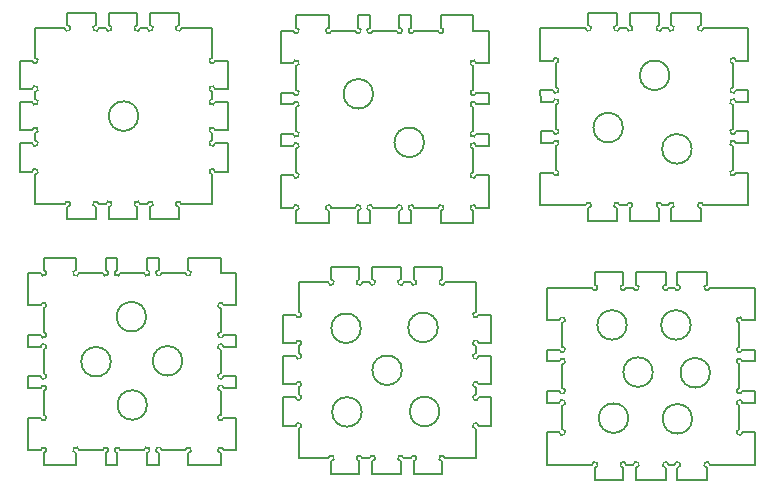
<source format=gbr>
G04 #@! TF.GenerationSoftware,KiCad,Pcbnew,(5.1.2-1)-1*
G04 #@! TF.CreationDate,2019-05-15T12:18:10-07:00*
G04 #@! TF.ProjectId,dice,64696365-2e6b-4696-9361-645f70636258,rev?*
G04 #@! TF.SameCoordinates,Original*
G04 #@! TF.FileFunction,Profile,NP*
%FSLAX46Y46*%
G04 Gerber Fmt 4.6, Leading zero omitted, Abs format (unit mm)*
G04 Created by KiCad (PCBNEW (5.1.2-1)-1) date 2019-05-15 12:18:10*
%MOMM*%
%LPD*%
G04 APERTURE LIST*
%ADD10C,0.200000*%
G04 APERTURE END LIST*
D10*
X113984136Y-90295166D02*
G75*
G02X113734136Y-90545166I0J-250000D01*
G01*
X113984136Y-89245166D02*
X113984136Y-90295166D01*
X113984136Y-89245166D02*
X116384136Y-89245166D01*
X116384136Y-89245166D02*
X116384136Y-90295166D01*
X116634136Y-90545166D02*
G75*
G02X116384136Y-90295166I-250000J0D01*
G01*
X116634136Y-90545166D02*
X117234136Y-90545166D01*
X126234142Y-93545166D02*
G75*
G02X126484142Y-93295166I0J250000D01*
G01*
X126484146Y-95795166D02*
X127534142Y-95795166D01*
X127534142Y-95795166D02*
X127534142Y-96796350D01*
X126481638Y-96796350D02*
X127534142Y-96796350D01*
X126231638Y-97046350D02*
G75*
G02X126481638Y-96796350I0J250000D01*
G01*
X126231638Y-97046350D02*
X126231638Y-99046350D01*
X126481638Y-99296350D02*
G75*
G02X126231638Y-99046350I-250000J0D01*
G01*
X126481638Y-99296350D02*
X127534142Y-99296350D01*
X127534142Y-99296350D02*
X127534142Y-100296350D01*
X126481638Y-100296350D02*
X127534142Y-100296350D01*
X126231638Y-100546350D02*
G75*
G02X126481638Y-100296350I0J250000D01*
G01*
X126231638Y-100546350D02*
X126231638Y-102546350D01*
X126481638Y-102796350D02*
G75*
G02X126231638Y-102546350I-250000J0D01*
G01*
X126481638Y-102796350D02*
X127534142Y-102796350D01*
X127534142Y-105546350D02*
X127534142Y-102796350D01*
X123731638Y-105546350D02*
X127534142Y-105546350D01*
X120981638Y-105796350D02*
X120981638Y-106846350D01*
X120731638Y-105546350D02*
G75*
G02X120981638Y-105796350I250000J0D01*
G01*
X120233647Y-105546350D02*
X120731638Y-105546350D01*
X119983647Y-105796350D02*
G75*
G02X120233647Y-105546350I0J250000D01*
G01*
X119983647Y-105796350D02*
X119983647Y-106846350D01*
X117483647Y-106846350D02*
X119983647Y-106846350D01*
X117483647Y-105796350D02*
X117483647Y-106846350D01*
X117233647Y-105546350D02*
G75*
G02X117483647Y-105796350I250000J0D01*
G01*
X123734136Y-90545166D02*
G75*
G02X123484136Y-90295166I-250000J0D01*
G01*
X123734136Y-90545166D02*
X127534142Y-90545166D01*
X116694238Y-93714208D02*
G75*
G03X116694238Y-93714208I-1250000J0D01*
G01*
X116633647Y-105546350D02*
X117233647Y-105546350D01*
X116383647Y-105796350D02*
G75*
G02X116633647Y-105546350I0J250000D01*
G01*
X116383647Y-105796350D02*
X116383647Y-106846350D01*
X122102022Y-93714208D02*
G75*
G03X122102022Y-93714208I-1250000J0D01*
G01*
X117484136Y-89245166D02*
X119984136Y-89245166D01*
X119984136Y-89245166D02*
X119984136Y-90295166D01*
X126484142Y-93295166D02*
X127534142Y-93295166D01*
X113983647Y-106846350D02*
X116383647Y-106846350D01*
X113983647Y-105796350D02*
X113983647Y-106846350D01*
X113733647Y-105546350D02*
G75*
G02X113983647Y-105796350I250000J0D01*
G01*
X111231638Y-105546350D02*
X113733647Y-105546350D01*
X109931638Y-105546350D02*
X111231638Y-105546350D01*
X109931638Y-102796349D02*
X109931638Y-105546350D01*
X110981638Y-102796349D02*
X109931638Y-102796349D01*
X111231782Y-102546349D02*
G75*
G02X110981638Y-102796349I-144J-250000D01*
G01*
X111232930Y-100546349D02*
X111231781Y-102546349D01*
X110983073Y-100296350D02*
G75*
G02X111232930Y-100546349I250000J1D01*
G01*
X110983073Y-100296349D02*
X109933073Y-100296349D01*
X109933647Y-99296349D02*
X109933073Y-100296349D01*
X110983073Y-99296349D02*
X109933647Y-99296349D01*
X111233055Y-99046349D02*
G75*
G02X110983073Y-99296349I18J-250000D01*
G01*
X111232907Y-97046349D02*
X111233055Y-99046349D01*
X126484146Y-95795165D02*
G75*
G02X126234145Y-95545166I-250000J-1D01*
G01*
X126234143Y-93545166D02*
X126234145Y-95545166D01*
X110981634Y-93295166D02*
X109931638Y-93295166D01*
X109931638Y-90545166D02*
X109931638Y-93295166D01*
X109931638Y-90545166D02*
X113734136Y-90545166D01*
X120234136Y-90545166D02*
G75*
G02X119984136Y-90295166I-250000J0D01*
G01*
X120234136Y-90545166D02*
X120734136Y-90545166D01*
X122227785Y-101662881D02*
G75*
G03X122227785Y-101662881I-1250000J0D01*
G01*
X117484136Y-90295166D02*
G75*
G02X117234136Y-90545166I0J-250000D01*
G01*
X117484136Y-89245166D02*
X117484136Y-90295166D01*
X123736934Y-97764246D02*
G75*
G03X123736934Y-97764246I-1250000J0D01*
G01*
X120984136Y-89245166D02*
X123484136Y-89245166D01*
X123484136Y-89245166D02*
X123484136Y-90295166D01*
X127534142Y-90545166D02*
X127534142Y-93295166D01*
X110982888Y-96796350D02*
G75*
G02X111232907Y-97046349I250000J1D01*
G01*
X110982888Y-96796349D02*
X109932888Y-96796349D01*
X109931638Y-95796349D02*
X109932888Y-96796349D01*
X110981638Y-95796349D02*
X109931638Y-95796349D01*
X111231638Y-95546349D02*
G75*
G02X110981638Y-95796349I0J-250000D01*
G01*
X111231635Y-93545166D02*
X111231637Y-95546349D01*
X110981634Y-93295167D02*
G75*
G02X111231635Y-93545166I250000J1D01*
G01*
X120984136Y-90295166D02*
G75*
G02X120734136Y-90545166I0J-250000D01*
G01*
X120984136Y-89245166D02*
X120984136Y-90295166D01*
X123481638Y-105796350D02*
G75*
G02X123731638Y-105546350I0J250000D01*
G01*
X123481638Y-105796350D02*
X123481638Y-106846350D01*
X120981638Y-106846350D02*
X123481638Y-106846350D01*
X118895080Y-97701365D02*
G75*
G03X118895080Y-97701365I-1250000J0D01*
G01*
X116820000Y-101600000D02*
G75*
G03X116820000Y-101600000I-1250000J0D01*
G01*
X91652501Y-106300000D02*
X94052501Y-106300000D01*
X91652501Y-105250000D02*
X91652501Y-106300000D01*
X97552501Y-88800001D02*
X97552501Y-89850001D01*
X88650000Y-95250000D02*
X87600000Y-95250000D01*
X101302501Y-90100001D02*
X103902501Y-90100001D01*
X101302501Y-90100001D02*
G75*
G02X101052501Y-89850001I-250000J0D01*
G01*
X95152501Y-88800001D02*
X95152501Y-89850001D01*
X88651250Y-96350000D02*
X87601250Y-96350000D01*
X88900966Y-96100000D02*
G75*
G02X88651250Y-96350000I284J-250000D01*
G01*
X88650000Y-92850000D02*
X87600000Y-92850000D01*
X94175850Y-93987490D02*
G75*
G03X94175850Y-93987490I-1250000J0D01*
G01*
X88902501Y-102500000D02*
X88902501Y-105000000D01*
X88652501Y-102250000D02*
G75*
G02X88902501Y-102500000I250000J0D01*
G01*
X105202501Y-92850000D02*
X105202501Y-95250000D01*
X104152501Y-95250000D02*
X105202501Y-95250000D01*
X103902501Y-95500000D02*
G75*
G02X104152501Y-95250000I0J250000D01*
G01*
X103902501Y-95500000D02*
X103902501Y-96100000D01*
X104152501Y-96350000D02*
G75*
G02X103902501Y-96100000I-250000J0D01*
G01*
X104152501Y-96350000D02*
X105202501Y-96350000D01*
X88651250Y-98750000D02*
X87601250Y-98750000D01*
X87601250Y-98750000D02*
X87601250Y-96350000D01*
X94250358Y-101072590D02*
G75*
G03X94250358Y-101072590I-1250000J0D01*
G01*
X100690340Y-93923430D02*
G75*
G03X100690340Y-93923430I-1250000J0D01*
G01*
X94052501Y-88800001D02*
X94052501Y-89850001D01*
X103902501Y-90100001D02*
X103902501Y-92600000D01*
X104152501Y-92850000D02*
G75*
G02X103902501Y-92600000I-250000J0D01*
G01*
X91402501Y-105000000D02*
G75*
G02X91652501Y-105250000I250000J0D01*
G01*
X88902501Y-105000000D02*
X91402501Y-105000000D01*
X88901535Y-99000000D02*
X88902217Y-99600000D01*
X88651250Y-98750001D02*
G75*
G02X88901535Y-99000000I250000J1D01*
G01*
X94302501Y-90100001D02*
X94902501Y-90100001D01*
X91652501Y-88800001D02*
X94052501Y-88800001D01*
X94302501Y-90100001D02*
G75*
G02X94052501Y-89850001I-250000J0D01*
G01*
X87600000Y-95250000D02*
X87600000Y-92850000D01*
X97648723Y-97549832D02*
G75*
G03X97648723Y-97549832I-1250000J0D01*
G01*
X101302501Y-105000000D02*
X103902501Y-105000000D01*
X101052501Y-105250000D02*
G75*
G02X101302501Y-105000000I0J250000D01*
G01*
X101052501Y-105250000D02*
X101052501Y-106300000D01*
X98652501Y-106300000D02*
X101052501Y-106300000D01*
X98652501Y-105250000D02*
X98652501Y-106300000D01*
X98402501Y-105000000D02*
G75*
G02X98652501Y-105250000I250000J0D01*
G01*
X97802501Y-105000000D02*
X98402501Y-105000000D01*
X97552501Y-105250000D02*
G75*
G02X97802501Y-105000000I0J250000D01*
G01*
X97552501Y-105250000D02*
X97552501Y-106300000D01*
X103902501Y-99000000D02*
X103902501Y-99600000D01*
X104152501Y-99850000D02*
G75*
G02X103902501Y-99600000I-250000J0D01*
G01*
X104152501Y-99850000D02*
X105202501Y-99850000D01*
X105202501Y-99850000D02*
X105202501Y-102250000D01*
X104152501Y-102250000D02*
X105202501Y-102250000D01*
X103902501Y-102500000D02*
G75*
G02X104152501Y-102250000I0J250000D01*
G01*
X103902501Y-102500000D02*
X103902501Y-105000000D01*
X101052501Y-88800001D02*
X101052501Y-89850001D01*
X88652501Y-102250000D02*
X87602501Y-102250000D01*
X87602501Y-102250000D02*
X87602501Y-99850000D01*
X104152501Y-92850000D02*
X105202501Y-92850000D01*
X105202501Y-96350000D02*
X105202501Y-98750000D01*
X104152501Y-98750000D02*
X105202501Y-98750000D01*
X103902501Y-99000000D02*
G75*
G02X104152501Y-98750000I0J250000D01*
G01*
X88900284Y-95500000D02*
X88900966Y-96100000D01*
X88652501Y-99850000D02*
X87602501Y-99850000D01*
X88902217Y-99600000D02*
G75*
G02X88652501Y-99850000I284J-250000D01*
G01*
X88902501Y-90100001D02*
X88900227Y-92600000D01*
X88900227Y-92600000D02*
G75*
G02X88650000Y-92850000I-227J-250000D01*
G01*
X97802501Y-90100001D02*
X98402501Y-90100001D01*
X98652501Y-88800001D02*
X101052501Y-88800001D01*
X95152501Y-89850001D02*
G75*
G02X94902501Y-90100001I0J-250000D01*
G01*
X100825861Y-101039908D02*
G75*
G03X100825861Y-101039908I-1250000J0D01*
G01*
X95152501Y-88800001D02*
X97552501Y-88800001D01*
X97802501Y-90100001D02*
G75*
G02X97552501Y-89850001I-250000J0D01*
G01*
X95152501Y-106300000D02*
X97552501Y-106300000D01*
X95152501Y-105250000D02*
X95152501Y-106300000D01*
X91652501Y-89850001D02*
G75*
G02X91402501Y-90100001I0J-250000D01*
G01*
X94902501Y-105000000D02*
G75*
G02X95152501Y-105250000I250000J0D01*
G01*
X94302501Y-105000000D02*
X94902501Y-105000000D01*
X94052501Y-105250000D02*
G75*
G02X94302501Y-105000000I0J250000D01*
G01*
X94052501Y-105250000D02*
X94052501Y-106300000D01*
X91652501Y-88800001D02*
X91652501Y-89850001D01*
X88902501Y-90100001D02*
X91402501Y-90100001D01*
X98652501Y-88800001D02*
X98652501Y-89850001D01*
X98652501Y-89850001D02*
G75*
G02X98402501Y-90100001I0J-250000D01*
G01*
X88650000Y-95250000D02*
G75*
G02X88900284Y-95500000I250000J0D01*
G01*
X82560000Y-101560000D02*
X83610000Y-101560000D01*
X83610000Y-101560000D02*
X83610000Y-104310465D01*
X83610000Y-104310465D02*
X82560000Y-104310465D01*
X82313534Y-104560440D02*
G75*
G02X82560000Y-104310465I-3534J249975D01*
G01*
X75994557Y-93012568D02*
G75*
G03X75994557Y-93012568I-1250000J0D01*
G01*
X67310000Y-101310000D02*
X67310000Y-99310000D01*
X67060000Y-98060232D02*
X66010000Y-98060232D01*
X67310000Y-97810232D02*
X67310000Y-95810232D01*
X79560503Y-104560465D02*
X79560503Y-105610465D01*
X79310503Y-104310465D02*
G75*
G02X79560503Y-104560465I250000J0D01*
G01*
X77310000Y-89310466D02*
X79310000Y-89310466D01*
X79560000Y-89060466D02*
G75*
G02X79310000Y-89310466I0J-250000D01*
G01*
X79560000Y-88010466D02*
X79560000Y-89060466D01*
X79560000Y-88010466D02*
X82310000Y-88010466D01*
X82310000Y-88010466D02*
X82310000Y-89310466D01*
X83610000Y-89310466D02*
X82310000Y-89310466D01*
X83610000Y-92060465D02*
X83610000Y-89310466D01*
X70310000Y-104310465D02*
X72310503Y-104310465D01*
X67310000Y-97810232D02*
G75*
G02X67060000Y-98060232I0J-250000D01*
G01*
X70060000Y-105610465D02*
X67310492Y-105610465D01*
X66010000Y-98060232D02*
X66010000Y-99060000D01*
X73003406Y-96826285D02*
G75*
G03X73003406Y-96826285I-1250000J0D01*
G01*
X67310000Y-101310000D02*
G75*
G02X67060000Y-101560000I0J-250000D01*
G01*
X67310000Y-94310465D02*
G75*
G02X67060000Y-94560465I0J-250000D01*
G01*
X77060000Y-104560465D02*
X77060000Y-105610465D01*
X76060503Y-105610465D02*
X77060000Y-105610465D01*
X72560503Y-105610465D02*
X73560000Y-105610465D01*
X82560000Y-94560000D02*
X83610000Y-94560000D01*
X83610000Y-94560000D02*
X83610000Y-95560465D01*
X82560000Y-95560465D02*
X83610000Y-95560465D01*
X82310000Y-95810465D02*
G75*
G02X82560000Y-95560465I0J250000D01*
G01*
X67310000Y-88010466D02*
X70060000Y-88010466D01*
X70060000Y-88010466D02*
X70060000Y-89060466D01*
X70310000Y-89310466D02*
G75*
G02X70060000Y-89060466I-250000J0D01*
G01*
X82310000Y-99310464D02*
X82310000Y-101310000D01*
X82560000Y-101560000D02*
G75*
G02X82310000Y-101310000I-250000J0D01*
G01*
X72560503Y-104560465D02*
X72560503Y-105610465D01*
X67060000Y-95560232D02*
G75*
G02X67310000Y-95810232I250000J0D01*
G01*
X70310000Y-89310466D02*
X72310000Y-89310466D01*
X72560000Y-89060466D02*
G75*
G02X72310000Y-89310466I0J-250000D01*
G01*
X72560000Y-88010466D02*
X72560000Y-89060466D01*
X73560000Y-88010466D02*
X72560000Y-88010466D01*
X72310503Y-104310465D02*
G75*
G02X72560503Y-104560465I250000J0D01*
G01*
X73560000Y-104560465D02*
X73560000Y-105610465D01*
X67060000Y-104310464D02*
G75*
G02X67310094Y-104560465I250000J-1D01*
G01*
X76060000Y-88010466D02*
X76060000Y-89060466D01*
X76060000Y-88010466D02*
X77060000Y-88010466D01*
X77060000Y-88010466D02*
X77060000Y-89060466D01*
X77310000Y-89310466D02*
G75*
G02X77060000Y-89060466I-250000J0D01*
G01*
X67060000Y-104310465D02*
X66010000Y-104310465D01*
X82310000Y-95810465D02*
X82310000Y-97810000D01*
X82560000Y-98060000D02*
G75*
G02X82310000Y-97810000I-250000J0D01*
G01*
X67060000Y-99060000D02*
X66010000Y-99060000D01*
X77310000Y-104310465D02*
X79310503Y-104310465D01*
X77060000Y-104560465D02*
G75*
G02X77310000Y-104310465I0J250000D01*
G01*
X67060000Y-101560000D02*
X66010000Y-101560000D01*
X73810000Y-104310465D02*
X75810503Y-104310465D01*
X73560000Y-104560465D02*
G75*
G02X73810000Y-104310465I0J250000D01*
G01*
X73560000Y-88010466D02*
X73560000Y-89060466D01*
X73810000Y-89310466D02*
G75*
G02X73560000Y-89060466I-250000J0D01*
G01*
X73810000Y-89310466D02*
X75810000Y-89310466D01*
X76060000Y-89060466D02*
G75*
G02X75810000Y-89310466I0J-250000D01*
G01*
X82560000Y-98060000D02*
X83610000Y-98060000D01*
X83610000Y-98060000D02*
X83610000Y-99060464D01*
X70060000Y-104560465D02*
G75*
G02X70310000Y-104310465I0J250000D01*
G01*
X67310492Y-105610465D02*
X67310094Y-104560465D01*
X82328381Y-105610465D02*
X82313534Y-104560440D01*
X79560503Y-105610465D02*
X82328381Y-105610465D01*
X82560000Y-99060464D02*
X83610000Y-99060464D01*
X82310000Y-99310464D02*
G75*
G02X82560000Y-99060464I0J250000D01*
G01*
X67060000Y-94560465D02*
X66010000Y-94560465D01*
X76060503Y-104560465D02*
X76060503Y-105610465D01*
X75810503Y-104310465D02*
G75*
G02X76060503Y-104560465I250000J0D01*
G01*
X67310000Y-92310465D02*
X67310000Y-94310465D01*
X67060000Y-92060465D02*
G75*
G02X67310000Y-92310465I250000J0D01*
G01*
X79060487Y-96751506D02*
G75*
G03X79060487Y-96751506I-1250000J0D01*
G01*
X82560000Y-92060465D02*
X83610000Y-92060465D01*
X82310000Y-92310465D02*
G75*
G02X82560000Y-92060465I0J250000D01*
G01*
X82310000Y-92310465D02*
X82310000Y-94310000D01*
X82560000Y-94560000D02*
G75*
G02X82310000Y-94310000I-250000J0D01*
G01*
X67060000Y-95560232D02*
X66010000Y-95560232D01*
X70060000Y-104560465D02*
X70060000Y-105610465D01*
X76069335Y-100490445D02*
G75*
G03X76069335Y-100490445I-1250000J0D01*
G01*
X67060000Y-92060465D02*
X66010000Y-92060465D01*
X66010000Y-92060465D02*
X66010000Y-89310466D01*
X66010000Y-89310466D02*
X67060000Y-89310466D01*
X67310000Y-89060466D02*
G75*
G02X67060000Y-89310466I0J-250000D01*
G01*
X67310000Y-89060466D02*
X67310000Y-88010466D01*
X66010000Y-94560465D02*
X66010000Y-95560232D01*
X66010000Y-101560000D02*
X66010000Y-104310465D01*
X67060000Y-99060000D02*
G75*
G02X67310000Y-99310000I250000J0D01*
G01*
X120440000Y-67280000D02*
X122940000Y-67280000D01*
X116940000Y-67280000D02*
X116940000Y-68330000D01*
X116940000Y-67280000D02*
X119440000Y-67280000D01*
X125940010Y-73830000D02*
G75*
G02X125690009Y-73580001I-250000J-1D01*
G01*
X119440000Y-67280000D02*
X119440000Y-68330000D01*
X119690000Y-68580000D02*
G75*
G02X119440000Y-68330000I-250000J0D01*
G01*
X120297983Y-72577361D02*
G75*
G03X120297983Y-72577361I-1250000J0D01*
G01*
X123190000Y-68580000D02*
G75*
G02X122940000Y-68330000I-250000J0D01*
G01*
X125690007Y-71580000D02*
X125690009Y-73580001D01*
X125940006Y-71330000D02*
X126990006Y-71330000D01*
X126990006Y-68580000D02*
X126990006Y-71330000D01*
X125940010Y-73830001D02*
X126990006Y-73830001D01*
X126990006Y-73830001D02*
X126990006Y-74831185D01*
X125937502Y-74831185D02*
X126990006Y-74831185D01*
X125687502Y-75081185D02*
G75*
G02X125937502Y-74831185I0J250000D01*
G01*
X125687502Y-75081185D02*
X125687502Y-77081185D01*
X125937502Y-77331185D02*
G75*
G02X125687502Y-77081185I-250000J0D01*
G01*
X125937502Y-77331185D02*
X126990006Y-77331185D01*
X126990006Y-77331185D02*
X126990006Y-78331185D01*
X125937502Y-78331185D02*
X126990006Y-78331185D01*
X125687502Y-78581185D02*
G75*
G02X125937502Y-78331185I0J250000D01*
G01*
X125687502Y-78581185D02*
X125687502Y-80581185D01*
X125937502Y-80831185D02*
G75*
G02X125687502Y-80581185I-250000J0D01*
G01*
X125937502Y-80831185D02*
X126990006Y-80831185D01*
X126990006Y-83581185D02*
X126990006Y-80831185D01*
X123187502Y-83581185D02*
X126990006Y-83581185D01*
X122937502Y-83831185D02*
G75*
G02X123187502Y-83581185I0J250000D01*
G01*
X122937502Y-83831185D02*
X122937502Y-84881185D01*
X120437502Y-84881185D02*
X122937502Y-84881185D01*
X116090000Y-68580000D02*
X116690000Y-68580000D01*
X116940000Y-68330000D02*
G75*
G02X116690000Y-68580000I0J-250000D01*
G01*
X122940000Y-67280000D02*
X122940000Y-68330000D01*
X116089511Y-83581185D02*
X116689511Y-83581185D01*
X115839511Y-83831185D02*
G75*
G02X116089511Y-83581185I0J250000D01*
G01*
X115839511Y-83831185D02*
X115839511Y-84881185D01*
X113439511Y-84881185D02*
X115839511Y-84881185D01*
X116365154Y-77001962D02*
G75*
G03X116365154Y-77001962I-1250000J0D01*
G01*
X119690000Y-68580000D02*
X120190000Y-68580000D01*
X120440000Y-68330000D02*
G75*
G02X120190000Y-68580000I0J-250000D01*
G01*
X116939511Y-84881185D02*
X119439511Y-84881185D01*
X116939511Y-83831185D02*
X116939511Y-84881185D01*
X116689511Y-83581185D02*
G75*
G02X116939511Y-83831185I250000J0D01*
G01*
X122184420Y-78802600D02*
G75*
G03X122184420Y-78802600I-1250000J0D01*
G01*
X110687646Y-80581184D02*
G75*
G02X110437502Y-80831184I-144J-250000D01*
G01*
X110688794Y-78581184D02*
X110687645Y-80581184D01*
X110438937Y-78331185D02*
G75*
G02X110688794Y-78581184I250000J1D01*
G01*
X110438937Y-78331184D02*
X109388937Y-78331184D01*
X109389511Y-77331184D02*
X109388937Y-78331184D01*
X110438937Y-77331184D02*
X109389511Y-77331184D01*
X110688919Y-77081184D02*
G75*
G02X110438937Y-77331184I18J-250000D01*
G01*
X110688771Y-75081184D02*
X110688919Y-77081184D01*
X110438752Y-74831185D02*
G75*
G02X110688771Y-75081184I250000J1D01*
G01*
X110438752Y-74831184D02*
X109388752Y-74831184D01*
X109387502Y-73831184D02*
X109388752Y-74831184D01*
X110437502Y-73831184D02*
X109387502Y-73831184D01*
X110687502Y-73581184D02*
G75*
G02X110437502Y-73831184I0J-250000D01*
G01*
X110687499Y-71580000D02*
X110687501Y-73581184D01*
X110437498Y-71330001D02*
G75*
G02X110687499Y-71580000I250000J1D01*
G01*
X110437498Y-71330000D02*
X109387502Y-71330000D01*
X109387502Y-68580000D02*
X109387502Y-71330000D01*
X109387502Y-68580000D02*
X113190000Y-68580000D01*
X113440000Y-68330000D02*
G75*
G02X113190000Y-68580000I0J-250000D01*
G01*
X120440000Y-67280000D02*
X120440000Y-68330000D01*
X113440000Y-67280000D02*
X113440000Y-68330000D01*
X113440000Y-67280000D02*
X115840000Y-67280000D01*
X115840000Y-67280000D02*
X115840000Y-68330000D01*
X116090000Y-68580000D02*
G75*
G02X115840000Y-68330000I-250000J0D01*
G01*
X113439511Y-83831185D02*
X113439511Y-84881185D01*
X113189511Y-83581185D02*
G75*
G02X113439511Y-83831185I250000J0D01*
G01*
X110687502Y-83581185D02*
X113189511Y-83581185D01*
X109387502Y-83581185D02*
X110687502Y-83581185D01*
X109387502Y-80831184D02*
X109387502Y-83581185D01*
X110437502Y-80831184D02*
X109387502Y-80831184D01*
X125690006Y-71580000D02*
G75*
G02X125940006Y-71330000I0J250000D01*
G01*
X120437502Y-83831185D02*
X120437502Y-84881185D01*
X120187502Y-83581185D02*
G75*
G02X120437502Y-83831185I250000J0D01*
G01*
X119689511Y-83581185D02*
X120187502Y-83581185D01*
X119439511Y-83831185D02*
G75*
G02X119689511Y-83581185I0J250000D01*
G01*
X119439511Y-83831185D02*
X119439511Y-84881185D01*
X123190000Y-68580000D02*
X126990006Y-68580000D01*
X98690000Y-68790000D02*
G75*
G02X98440000Y-68540000I-250000J0D01*
G01*
X98690000Y-68790000D02*
X100690000Y-68790000D01*
X100940000Y-68540000D02*
G75*
G02X100690000Y-68790000I0J-250000D01*
G01*
X100940000Y-67490000D02*
X100940000Y-68540000D01*
X88440000Y-77539767D02*
X87390000Y-77539767D01*
X88690000Y-80789535D02*
X88690000Y-78789535D01*
X88440000Y-78539535D02*
G75*
G02X88690000Y-78789535I250000J0D01*
G01*
X93940503Y-84040000D02*
X93940503Y-85090000D01*
X93690503Y-83790000D02*
G75*
G02X93940503Y-84040000I250000J0D01*
G01*
X87390000Y-74040000D02*
X87390000Y-75039767D01*
X88440000Y-74040000D02*
X87390000Y-74040000D01*
X100940503Y-84040000D02*
X100940503Y-85090000D01*
X100690503Y-83790000D02*
G75*
G02X100940503Y-84040000I250000J0D01*
G01*
X94940000Y-84040000D02*
X94940000Y-85090000D01*
X93940503Y-85090000D02*
X94940000Y-85090000D01*
X88440000Y-75039767D02*
X87390000Y-75039767D01*
X88440000Y-78539535D02*
X87390000Y-78539535D01*
X104990000Y-83790000D02*
X103940000Y-83790000D01*
X103693534Y-84039975D02*
G75*
G02X103940000Y-83790000I-3534J249975D01*
G01*
X100940000Y-67490000D02*
X103690000Y-67490000D01*
X103690000Y-67490000D02*
X103690000Y-68790000D01*
X104990000Y-68790000D02*
X103690000Y-68790000D01*
X104990000Y-71540000D02*
X104990000Y-68790000D01*
X87390000Y-77539767D02*
X87390000Y-78539535D01*
X97440503Y-84040000D02*
X97440503Y-85090000D01*
X97190503Y-83790000D02*
G75*
G02X97440503Y-84040000I250000J0D01*
G01*
X98440000Y-84040000D02*
X98440000Y-85090000D01*
X97440503Y-85090000D02*
X98440000Y-85090000D01*
X95212767Y-74144109D02*
G75*
G03X95212767Y-74144109I-1250000J0D01*
G01*
X88690000Y-73790000D02*
G75*
G02X88440000Y-74040000I0J-250000D01*
G01*
X88690492Y-85090000D02*
X88690094Y-84040000D01*
X88440000Y-83789999D02*
G75*
G02X88690094Y-84040000I250000J-1D01*
G01*
X103940000Y-75040000D02*
X104990000Y-75040000D01*
X103690000Y-75290000D02*
G75*
G02X103940000Y-75040000I0J250000D01*
G01*
X103690000Y-75290000D02*
X103690000Y-77289535D01*
X103940000Y-77539535D02*
G75*
G02X103690000Y-77289535I-250000J0D01*
G01*
X103940000Y-77539535D02*
X104990000Y-77539535D01*
X104990000Y-77539535D02*
X104990000Y-78539999D01*
X98690000Y-83790000D02*
X100690503Y-83790000D01*
X98440000Y-84040000D02*
G75*
G02X98690000Y-83790000I0J250000D01*
G01*
X99523442Y-78250642D02*
G75*
G03X99523442Y-78250642I-1250000J0D01*
G01*
X103940000Y-71540000D02*
X104990000Y-71540000D01*
X103690000Y-71790000D02*
G75*
G02X103940000Y-71540000I0J250000D01*
G01*
X103690000Y-71790000D02*
X103690000Y-73789535D01*
X103940000Y-74039535D02*
G75*
G02X103690000Y-73789535I-250000J0D01*
G01*
X103940000Y-74039535D02*
X104990000Y-74039535D01*
X104990000Y-74039535D02*
X104990000Y-75040000D01*
X95190000Y-83790000D02*
X97190503Y-83790000D01*
X94940000Y-84040000D02*
G75*
G02X95190000Y-83790000I0J250000D01*
G01*
X88690000Y-77289767D02*
G75*
G02X88440000Y-77539767I0J-250000D01*
G01*
X103940000Y-78539999D02*
X104990000Y-78539999D01*
X103690000Y-78789999D02*
G75*
G02X103940000Y-78539999I0J250000D01*
G01*
X103690000Y-78789999D02*
X103690000Y-80789535D01*
X88690000Y-71790000D02*
X88690000Y-73790000D01*
X88440000Y-71540000D02*
G75*
G02X88690000Y-71790000I250000J0D01*
G01*
X88440000Y-71540000D02*
X87390000Y-71540000D01*
X87390000Y-71540000D02*
X87390000Y-68790000D01*
X87390000Y-68790000D02*
X88440000Y-68790000D01*
X88690000Y-68540000D02*
G75*
G02X88440000Y-68790000I0J-250000D01*
G01*
X88690000Y-68540000D02*
X88690000Y-67490000D01*
X88690000Y-67490000D02*
X91440000Y-67490000D01*
X91440000Y-67490000D02*
X91440000Y-68540000D01*
X91690000Y-68790000D02*
G75*
G02X91440000Y-68540000I-250000J0D01*
G01*
X91690000Y-68790000D02*
X93690000Y-68790000D01*
X93940000Y-68540000D02*
G75*
G02X93690000Y-68790000I0J-250000D01*
G01*
X93940000Y-67490000D02*
X93940000Y-68540000D01*
X94940000Y-67490000D02*
X93940000Y-67490000D01*
X94940000Y-67490000D02*
X94940000Y-68540000D01*
X95190000Y-68790000D02*
G75*
G02X94940000Y-68540000I-250000J0D01*
G01*
X95190000Y-68790000D02*
X97190000Y-68790000D01*
X97440000Y-68540000D02*
G75*
G02X97190000Y-68790000I0J-250000D01*
G01*
X97440000Y-67490000D02*
X97440000Y-68540000D01*
X97440000Y-67490000D02*
X98440000Y-67490000D01*
X98440000Y-67490000D02*
X98440000Y-68540000D01*
X103708381Y-85090000D02*
X103693534Y-84039975D01*
X100940503Y-85090000D02*
X103708381Y-85090000D01*
X103940000Y-81039535D02*
G75*
G02X103690000Y-80789535I-250000J0D01*
G01*
X103940000Y-81039535D02*
X104990000Y-81039535D01*
X104990000Y-81039535D02*
X104990000Y-83790000D01*
X88440000Y-75039767D02*
G75*
G02X88690000Y-75289767I250000J0D01*
G01*
X88440000Y-81039535D02*
X87390000Y-81039535D01*
X88690000Y-80789535D02*
G75*
G02X88440000Y-81039535I0J-250000D01*
G01*
X88690000Y-77289767D02*
X88690000Y-75289767D01*
X88440000Y-83790000D02*
X87390000Y-83790000D01*
X87390000Y-81039535D02*
X87390000Y-83790000D01*
X91690000Y-83790000D02*
X93690503Y-83790000D01*
X91440000Y-84040000D02*
G75*
G02X91690000Y-83790000I0J250000D01*
G01*
X91440000Y-84040000D02*
X91440000Y-85090000D01*
X91440000Y-85090000D02*
X88690492Y-85090000D01*
X71740000Y-67280000D02*
X71740000Y-68330000D01*
X69090000Y-83480000D02*
G75*
G02X69340000Y-83730000I250000J0D01*
G01*
X66590000Y-83480000D02*
X69090000Y-83480000D01*
X66590000Y-80980000D02*
X66590000Y-83480000D01*
X66340000Y-80730000D02*
G75*
G02X66590000Y-80980000I250000J0D01*
G01*
X66340000Y-80730000D02*
X65290000Y-80730000D01*
X65290000Y-80730000D02*
X65290000Y-78330000D01*
X66340000Y-78330000D02*
X65290000Y-78330000D01*
X66589716Y-78080000D02*
G75*
G02X66340000Y-78330000I284J-250000D01*
G01*
X75490000Y-68580000D02*
X76090000Y-68580000D01*
X72840000Y-84780000D02*
X75240000Y-84780000D01*
X72840000Y-83730000D02*
X72840000Y-84780000D01*
X72590000Y-83480000D02*
G75*
G02X72840000Y-83730000I250000J0D01*
G01*
X71990000Y-83480000D02*
X72590000Y-83480000D01*
X81840000Y-71330000D02*
X82890000Y-71330000D01*
X82890000Y-71330000D02*
X82890000Y-73730000D01*
X81840000Y-73730000D02*
X82890000Y-73730000D01*
X81590000Y-73980000D02*
G75*
G02X81840000Y-73730000I0J250000D01*
G01*
X81590000Y-73980000D02*
X81590000Y-74580000D01*
X81840000Y-74830000D02*
G75*
G02X81590000Y-74580000I-250000J0D01*
G01*
X81840000Y-74830000D02*
X82890000Y-74830000D01*
X82890000Y-74830000D02*
X82890000Y-77230000D01*
X81840000Y-77230000D02*
X82890000Y-77230000D01*
X81590000Y-77480000D02*
G75*
G02X81840000Y-77230000I0J250000D01*
G01*
X81590000Y-77480000D02*
X81590000Y-78080000D01*
X81840000Y-78330000D02*
G75*
G02X81590000Y-78080000I-250000J0D01*
G01*
X81840000Y-78330000D02*
X82890000Y-78330000D01*
X82890000Y-78330000D02*
X82890000Y-80730000D01*
X81840000Y-80730000D02*
X82890000Y-80730000D01*
X81590000Y-80980000D02*
G75*
G02X81840000Y-80730000I0J250000D01*
G01*
X81590000Y-80980000D02*
X81590000Y-83480000D01*
X78990000Y-83480000D02*
X81590000Y-83480000D01*
X78740000Y-83730000D02*
G75*
G02X78990000Y-83480000I0J250000D01*
G01*
X78740000Y-83730000D02*
X78740000Y-84780000D01*
X76340000Y-84780000D02*
X78740000Y-84780000D01*
X76340000Y-83730000D02*
X76340000Y-84780000D01*
X76090000Y-83480000D02*
G75*
G02X76340000Y-83730000I250000J0D01*
G01*
X75490000Y-83480000D02*
X76090000Y-83480000D01*
X75240000Y-83730000D02*
G75*
G02X75490000Y-83480000I0J250000D01*
G01*
X75240000Y-83730000D02*
X75240000Y-84780000D01*
X81840000Y-71330000D02*
G75*
G02X81590000Y-71080000I-250000J0D01*
G01*
X78990000Y-68580000D02*
X81590000Y-68580000D01*
X75240000Y-67280000D02*
X75240000Y-68330000D01*
X75490000Y-68580000D02*
G75*
G02X75240000Y-68330000I-250000J0D01*
G01*
X71990000Y-68580000D02*
G75*
G02X71740000Y-68330000I-250000J0D01*
G01*
X65288749Y-77230000D02*
X65288749Y-74830000D01*
X66338749Y-74830000D02*
X65288749Y-74830000D01*
X66588465Y-74580000D02*
G75*
G02X66338749Y-74830000I284J-250000D01*
G01*
X66587783Y-73980000D02*
X66588465Y-74580000D01*
X78740000Y-67280000D02*
X78740000Y-68330000D01*
X76340000Y-67280000D02*
X76340000Y-68330000D01*
X65287499Y-73730000D02*
X65287499Y-71330000D01*
X66337499Y-71330000D02*
X65287499Y-71330000D01*
X66590000Y-68580000D02*
X69090000Y-68580000D01*
X76340000Y-67280000D02*
X78740000Y-67280000D01*
X71990000Y-68580000D02*
X72590000Y-68580000D01*
X72840000Y-67280000D02*
X75240000Y-67280000D01*
X69340000Y-68330000D02*
G75*
G02X69090000Y-68580000I0J-250000D01*
G01*
X66587726Y-71080000D02*
G75*
G02X66337499Y-71330000I-227J-250000D01*
G01*
X66590000Y-68580000D02*
X66587726Y-71080000D01*
X72840000Y-67280000D02*
X72840000Y-68330000D01*
X72840000Y-68330000D02*
G75*
G02X72590000Y-68580000I0J-250000D01*
G01*
X71740000Y-83730000D02*
G75*
G02X71990000Y-83480000I0J250000D01*
G01*
X71740000Y-83730000D02*
X71740000Y-84780000D01*
X69340000Y-84780000D02*
X71740000Y-84780000D01*
X69340000Y-83730000D02*
X69340000Y-84780000D01*
X66337499Y-73730000D02*
G75*
G02X66587783Y-73980000I250000J0D01*
G01*
X66337499Y-73730000D02*
X65287499Y-73730000D01*
X69340000Y-67280000D02*
X69340000Y-68330000D01*
X66589034Y-77480000D02*
X66589716Y-78080000D01*
X66338749Y-77230001D02*
G75*
G02X66589034Y-77480000I250000J1D01*
G01*
X66338749Y-77230000D02*
X65288749Y-77230000D01*
X75336222Y-76029832D02*
G75*
G03X75336222Y-76029832I-1250000J0D01*
G01*
X69340000Y-67280000D02*
X71740000Y-67280000D01*
X76340000Y-68330000D02*
G75*
G02X76090000Y-68580000I0J-250000D01*
G01*
X81590000Y-68580000D02*
X81590000Y-71080000D01*
X78990000Y-68580000D02*
G75*
G02X78740000Y-68330000I-250000J0D01*
G01*
M02*

</source>
